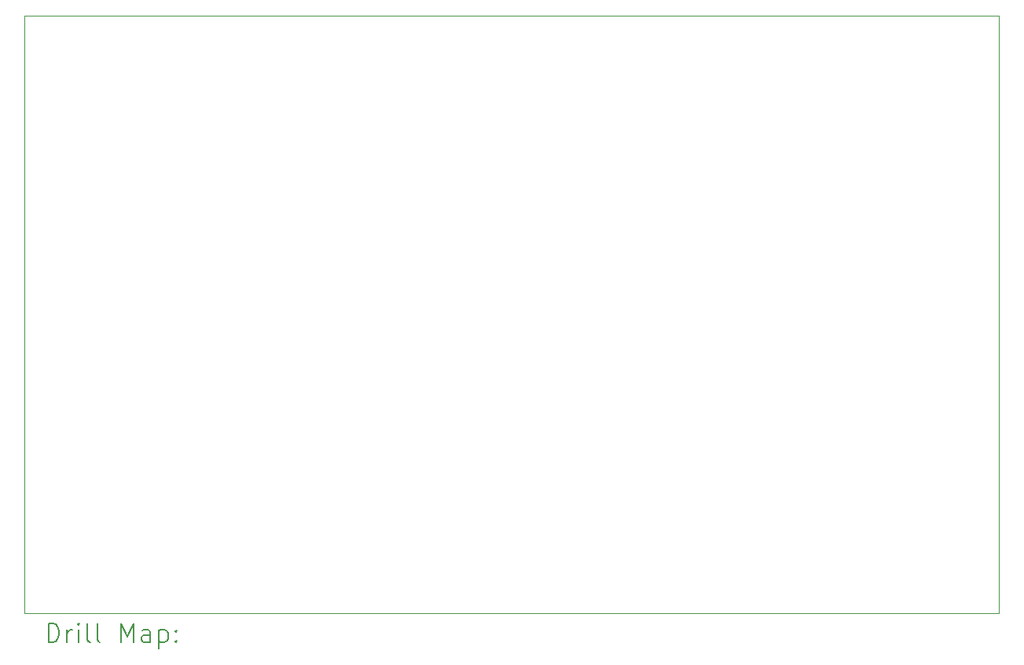
<source format=gbr>
%TF.GenerationSoftware,KiCad,Pcbnew,8.0.1*%
%TF.CreationDate,2024-04-20T13:07:57+02:00*%
%TF.ProjectId,proto_board,70726f74-6f5f-4626-9f61-72642e6b6963,rev?*%
%TF.SameCoordinates,Original*%
%TF.FileFunction,Drillmap*%
%TF.FilePolarity,Positive*%
%FSLAX45Y45*%
G04 Gerber Fmt 4.5, Leading zero omitted, Abs format (unit mm)*
G04 Created by KiCad (PCBNEW 8.0.1) date 2024-04-20 13:07:57*
%MOMM*%
%LPD*%
G01*
G04 APERTURE LIST*
%ADD10C,0.050000*%
%ADD11C,0.200000*%
G04 APERTURE END LIST*
D10*
X4545000Y-4645000D02*
X15045000Y-4645000D01*
X15045000Y-11082500D01*
X4545000Y-11082500D01*
X4545000Y-4645000D01*
D11*
X4803277Y-11396484D02*
X4803277Y-11196484D01*
X4803277Y-11196484D02*
X4850896Y-11196484D01*
X4850896Y-11196484D02*
X4879467Y-11206008D01*
X4879467Y-11206008D02*
X4898515Y-11225055D01*
X4898515Y-11225055D02*
X4908039Y-11244103D01*
X4908039Y-11244103D02*
X4917563Y-11282198D01*
X4917563Y-11282198D02*
X4917563Y-11310769D01*
X4917563Y-11310769D02*
X4908039Y-11348865D01*
X4908039Y-11348865D02*
X4898515Y-11367912D01*
X4898515Y-11367912D02*
X4879467Y-11386960D01*
X4879467Y-11386960D02*
X4850896Y-11396484D01*
X4850896Y-11396484D02*
X4803277Y-11396484D01*
X5003277Y-11396484D02*
X5003277Y-11263150D01*
X5003277Y-11301246D02*
X5012801Y-11282198D01*
X5012801Y-11282198D02*
X5022324Y-11272674D01*
X5022324Y-11272674D02*
X5041372Y-11263150D01*
X5041372Y-11263150D02*
X5060420Y-11263150D01*
X5127086Y-11396484D02*
X5127086Y-11263150D01*
X5127086Y-11196484D02*
X5117563Y-11206008D01*
X5117563Y-11206008D02*
X5127086Y-11215531D01*
X5127086Y-11215531D02*
X5136610Y-11206008D01*
X5136610Y-11206008D02*
X5127086Y-11196484D01*
X5127086Y-11196484D02*
X5127086Y-11215531D01*
X5250896Y-11396484D02*
X5231848Y-11386960D01*
X5231848Y-11386960D02*
X5222324Y-11367912D01*
X5222324Y-11367912D02*
X5222324Y-11196484D01*
X5355658Y-11396484D02*
X5336610Y-11386960D01*
X5336610Y-11386960D02*
X5327086Y-11367912D01*
X5327086Y-11367912D02*
X5327086Y-11196484D01*
X5584229Y-11396484D02*
X5584229Y-11196484D01*
X5584229Y-11196484D02*
X5650896Y-11339341D01*
X5650896Y-11339341D02*
X5717562Y-11196484D01*
X5717562Y-11196484D02*
X5717562Y-11396484D01*
X5898515Y-11396484D02*
X5898515Y-11291722D01*
X5898515Y-11291722D02*
X5888991Y-11272674D01*
X5888991Y-11272674D02*
X5869943Y-11263150D01*
X5869943Y-11263150D02*
X5831848Y-11263150D01*
X5831848Y-11263150D02*
X5812801Y-11272674D01*
X5898515Y-11386960D02*
X5879467Y-11396484D01*
X5879467Y-11396484D02*
X5831848Y-11396484D01*
X5831848Y-11396484D02*
X5812801Y-11386960D01*
X5812801Y-11386960D02*
X5803277Y-11367912D01*
X5803277Y-11367912D02*
X5803277Y-11348865D01*
X5803277Y-11348865D02*
X5812801Y-11329817D01*
X5812801Y-11329817D02*
X5831848Y-11320293D01*
X5831848Y-11320293D02*
X5879467Y-11320293D01*
X5879467Y-11320293D02*
X5898515Y-11310769D01*
X5993753Y-11263150D02*
X5993753Y-11463150D01*
X5993753Y-11272674D02*
X6012801Y-11263150D01*
X6012801Y-11263150D02*
X6050896Y-11263150D01*
X6050896Y-11263150D02*
X6069943Y-11272674D01*
X6069943Y-11272674D02*
X6079467Y-11282198D01*
X6079467Y-11282198D02*
X6088991Y-11301246D01*
X6088991Y-11301246D02*
X6088991Y-11358388D01*
X6088991Y-11358388D02*
X6079467Y-11377436D01*
X6079467Y-11377436D02*
X6069943Y-11386960D01*
X6069943Y-11386960D02*
X6050896Y-11396484D01*
X6050896Y-11396484D02*
X6012801Y-11396484D01*
X6012801Y-11396484D02*
X5993753Y-11386960D01*
X6174705Y-11377436D02*
X6184229Y-11386960D01*
X6184229Y-11386960D02*
X6174705Y-11396484D01*
X6174705Y-11396484D02*
X6165182Y-11386960D01*
X6165182Y-11386960D02*
X6174705Y-11377436D01*
X6174705Y-11377436D02*
X6174705Y-11396484D01*
X6174705Y-11272674D02*
X6184229Y-11282198D01*
X6184229Y-11282198D02*
X6174705Y-11291722D01*
X6174705Y-11291722D02*
X6165182Y-11282198D01*
X6165182Y-11282198D02*
X6174705Y-11272674D01*
X6174705Y-11272674D02*
X6174705Y-11291722D01*
M02*

</source>
